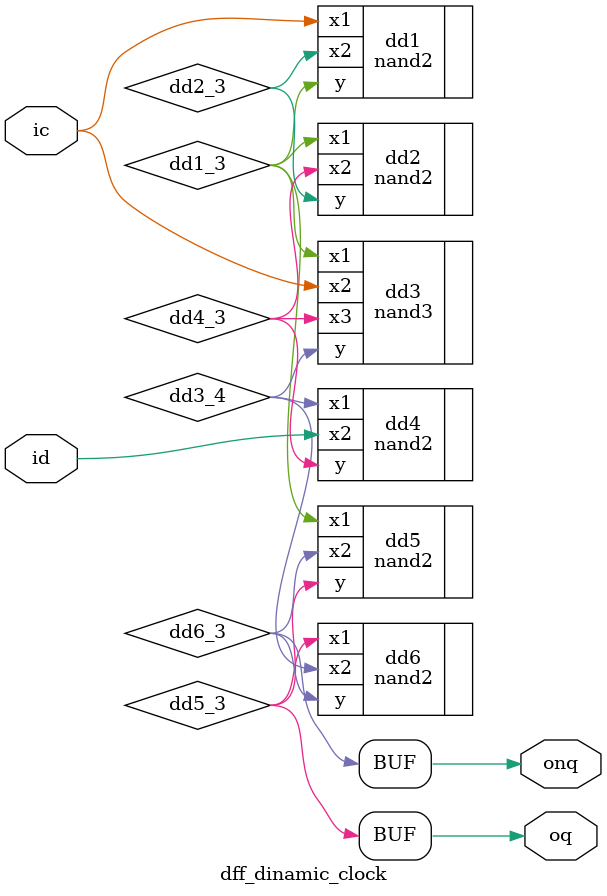
<source format=v>
`timescale 1ns / 1ps

module dff_dinamic_clock(
    input ic,
    input id,
    output oq,
    output onq
    );
    
    wire dd1_3;
    wire dd2_3;
    wire dd3_4;
    wire dd4_3;
    wire dd5_3;
    wire dd6_3;
    
    nand2 dd1 (
        .x1(ic),
        .x2(dd2_3),
        .y(dd1_3)
    );

    nand2 dd2 (
        .x1(dd1_3),
        .x2(dd4_3),
        .y(dd2_3)
    );
    
    nand3 dd3 (
        .x1(dd1_3),
        .x2(ic),
        .x3(dd4_3),
        .y(dd3_4)
    );
    
    nand2 dd4 (
        .x1(dd3_4),
        .x2(id),
        .y(dd4_3)
    );
    
    nand2 dd5 (
        .x1(dd1_3),
        .x2(dd6_3),
        .y(dd5_3)
    );
    
    nand2 dd6 (
        .x1(dd5_3),
        .x2(dd3_4),
        .y(dd6_3)
    );
    
    assign oq = dd5_3;
    assign onq = dd6_3;
    
endmodule

</source>
